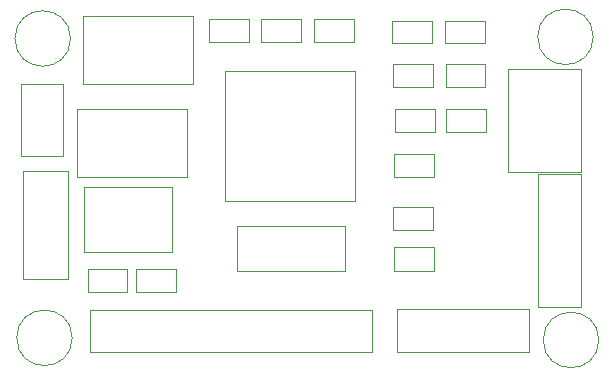
<source format=gbr>
%TF.GenerationSoftware,KiCad,Pcbnew,9.0.0*%
%TF.CreationDate,2025-05-30T17:35:02+05:30*%
%TF.ProjectId,MCU datalogger,4d435520-6461-4746-916c-6f676765722e,1*%
%TF.SameCoordinates,Original*%
%TF.FileFunction,Other,User*%
%FSLAX46Y46*%
G04 Gerber Fmt 4.6, Leading zero omitted, Abs format (unit mm)*
G04 Created by KiCad (PCBNEW 9.0.0) date 2025-05-30 17:35:02*
%MOMM*%
%LPD*%
G01*
G04 APERTURE LIST*
%ADD10C,0.050000*%
G04 APERTURE END LIST*
D10*
%TO.C,H2*%
X68186800Y-88925400D02*
G75*
G02*
X63486800Y-88925400I-2350000J0D01*
G01*
X63486800Y-88925400D02*
G75*
G02*
X68186800Y-88925400I2350000J0D01*
G01*
%TO.C,C5*%
X88790000Y-87285000D02*
X92190000Y-87285000D01*
X88790000Y-89245000D02*
X88790000Y-87285000D01*
X92190000Y-87285000D02*
X92190000Y-89245000D01*
X92190000Y-89245000D02*
X88790000Y-89245000D01*
%TO.C,D2*%
X95426500Y-87442000D02*
X98786500Y-87442000D01*
X95426500Y-89342000D02*
X95426500Y-87442000D01*
X98786500Y-87442000D02*
X98786500Y-89342000D01*
X98786500Y-89342000D02*
X95426500Y-89342000D01*
%TO.C,H1*%
X68339200Y-114274600D02*
G75*
G02*
X63639200Y-114274600I-2350000J0D01*
G01*
X63639200Y-114274600D02*
G75*
G02*
X68339200Y-114274600I2350000J0D01*
G01*
%TO.C,H3*%
X112450000Y-88790000D02*
G75*
G02*
X107750000Y-88790000I-2350000J0D01*
G01*
X107750000Y-88790000D02*
G75*
G02*
X112450000Y-88790000I2350000J0D01*
G01*
%TO.C,H4*%
X112916200Y-114452400D02*
G75*
G02*
X108216200Y-114452400I-2350000J0D01*
G01*
X108216200Y-114452400D02*
G75*
G02*
X112916200Y-114452400I2350000J0D01*
G01*
%TO.C,U4*%
X81314000Y-91716371D02*
X81314000Y-102716371D01*
X81314000Y-102716371D02*
X92314000Y-102716371D01*
X92314000Y-91716371D02*
X81314000Y-91716371D01*
X92314000Y-102716371D02*
X92314000Y-91716371D01*
%TO.C,Y2*%
X64140000Y-100108000D02*
X64140000Y-109308000D01*
X64140000Y-109308000D02*
X67940000Y-109308000D01*
X67940000Y-100108000D02*
X64140000Y-100108000D01*
X67940000Y-109308000D02*
X67940000Y-100108000D01*
%TO.C,Y1*%
X82268000Y-104780000D02*
X82268000Y-108580000D01*
X82268000Y-108580000D02*
X91468000Y-108580000D01*
X91468000Y-104780000D02*
X82268000Y-104780000D01*
X91468000Y-108580000D02*
X91468000Y-104780000D01*
%TO.C,R1*%
X73014000Y-110360500D02*
X69654000Y-110360500D01*
X73014000Y-108460500D02*
X73014000Y-110360500D01*
X69654000Y-110360500D02*
X69654000Y-108460500D01*
X69654000Y-108460500D02*
X73014000Y-108460500D01*
%TO.C,C4*%
X98982000Y-108574400D02*
X95582000Y-108574400D01*
X98982000Y-106614400D02*
X98982000Y-108574400D01*
X95582000Y-108574400D02*
X95582000Y-106614400D01*
X95582000Y-106614400D02*
X98982000Y-106614400D01*
%TO.C,R4*%
X95658500Y-94935000D02*
X99018500Y-94935000D01*
X95658500Y-96835000D02*
X95658500Y-94935000D01*
X99018500Y-94935000D02*
X99018500Y-96835000D01*
X99018500Y-96835000D02*
X95658500Y-96835000D01*
%TO.C,R3*%
X95578500Y-98745000D02*
X98938500Y-98745000D01*
X95578500Y-100645000D02*
X95578500Y-98745000D01*
X98938500Y-98745000D02*
X98938500Y-100645000D01*
X98938500Y-100645000D02*
X95578500Y-100645000D01*
%TO.C,J1*%
X107801000Y-100435000D02*
X107801000Y-111635000D01*
X107801000Y-111635000D02*
X111401000Y-111635000D01*
X111401000Y-100435000D02*
X107801000Y-100435000D01*
X111401000Y-111635000D02*
X111401000Y-100435000D01*
%TO.C,J4*%
X105261000Y-91545000D02*
X105261000Y-100195000D01*
X105261000Y-100195000D02*
X111411000Y-100195000D01*
X111411000Y-91545000D02*
X105261000Y-91545000D01*
X111411000Y-100195000D02*
X111411000Y-91545000D01*
%TO.C,C1*%
X79900000Y-87285000D02*
X83300000Y-87285000D01*
X79900000Y-89245000D02*
X79900000Y-87285000D01*
X83300000Y-87285000D02*
X83300000Y-89245000D01*
X83300000Y-89245000D02*
X79900000Y-89245000D01*
%TO.C,R5*%
X99943500Y-91125000D02*
X103303500Y-91125000D01*
X99943500Y-93025000D02*
X99943500Y-91125000D01*
X103303500Y-91125000D02*
X103303500Y-93025000D01*
X103303500Y-93025000D02*
X99943500Y-93025000D01*
%TO.C,D1*%
X99920000Y-87442000D02*
X103280000Y-87442000D01*
X99920000Y-89342000D02*
X99920000Y-87442000D01*
X103280000Y-87442000D02*
X103280000Y-89342000D01*
X103280000Y-89342000D02*
X99920000Y-89342000D01*
%TO.C,J2*%
X95847600Y-111839600D02*
X95847600Y-115439600D01*
X95847600Y-115439600D02*
X107047600Y-115439600D01*
X107047600Y-111839600D02*
X95847600Y-111839600D01*
X107047600Y-115439600D02*
X107047600Y-111839600D01*
%TO.C,C3*%
X84340000Y-87285000D02*
X87740000Y-87285000D01*
X84340000Y-89245000D02*
X84340000Y-87285000D01*
X87740000Y-87285000D02*
X87740000Y-89245000D01*
X87740000Y-89245000D02*
X84340000Y-89245000D01*
%TO.C,U1*%
X68718097Y-94890000D02*
X68718097Y-100690000D01*
X68718097Y-100690000D02*
X78018097Y-100690000D01*
X78018097Y-94890000D02*
X68718097Y-94890000D01*
X78018097Y-100690000D02*
X78018097Y-94890000D01*
%TO.C,R7*%
X95498500Y-91125000D02*
X98858500Y-91125000D01*
X95498500Y-93025000D02*
X95498500Y-91125000D01*
X98858500Y-91125000D02*
X98858500Y-93025000D01*
X98858500Y-93025000D02*
X95498500Y-93025000D01*
%TO.C,U2*%
X69226097Y-87016000D02*
X69226097Y-92816000D01*
X69226097Y-92816000D02*
X78526097Y-92816000D01*
X78526097Y-87016000D02*
X69226097Y-87016000D01*
X78526097Y-92816000D02*
X78526097Y-87016000D01*
%TO.C,R2*%
X73741500Y-108460500D02*
X77101500Y-108460500D01*
X73741500Y-110360500D02*
X73741500Y-108460500D01*
X77101500Y-108460500D02*
X77101500Y-110360500D01*
X77101500Y-110360500D02*
X73741500Y-110360500D01*
%TO.C,J3*%
X69828000Y-111890400D02*
X69828000Y-115490400D01*
X69828000Y-115490400D02*
X93728000Y-115490400D01*
X93728000Y-111890400D02*
X69828000Y-111890400D01*
X93728000Y-115490400D02*
X93728000Y-111890400D01*
%TO.C,U3*%
X69377000Y-101517000D02*
X69377000Y-107017000D01*
X69377000Y-101517000D02*
X76797000Y-101517000D01*
X69377000Y-107017000D02*
X76797000Y-107017000D01*
X76797000Y-101517000D02*
X76797000Y-107017000D01*
%TO.C,R6*%
X100023500Y-94935000D02*
X103383500Y-94935000D01*
X100023500Y-96835000D02*
X100023500Y-94935000D01*
X103383500Y-94935000D02*
X103383500Y-96835000D01*
X103383500Y-96835000D02*
X100023500Y-96835000D01*
%TO.C,C2*%
X95516000Y-103160000D02*
X98916000Y-103160000D01*
X95516000Y-105120000D02*
X95516000Y-103160000D01*
X98916000Y-103160000D02*
X98916000Y-105120000D01*
X98916000Y-105120000D02*
X95516000Y-105120000D01*
%TO.C,BT1*%
X63986000Y-92764200D02*
X63986000Y-98914200D01*
X63986000Y-98914200D02*
X67586000Y-98914200D01*
X67586000Y-92764200D02*
X63986000Y-92764200D01*
X67586000Y-98914200D02*
X67586000Y-92764200D01*
%TD*%
M02*

</source>
